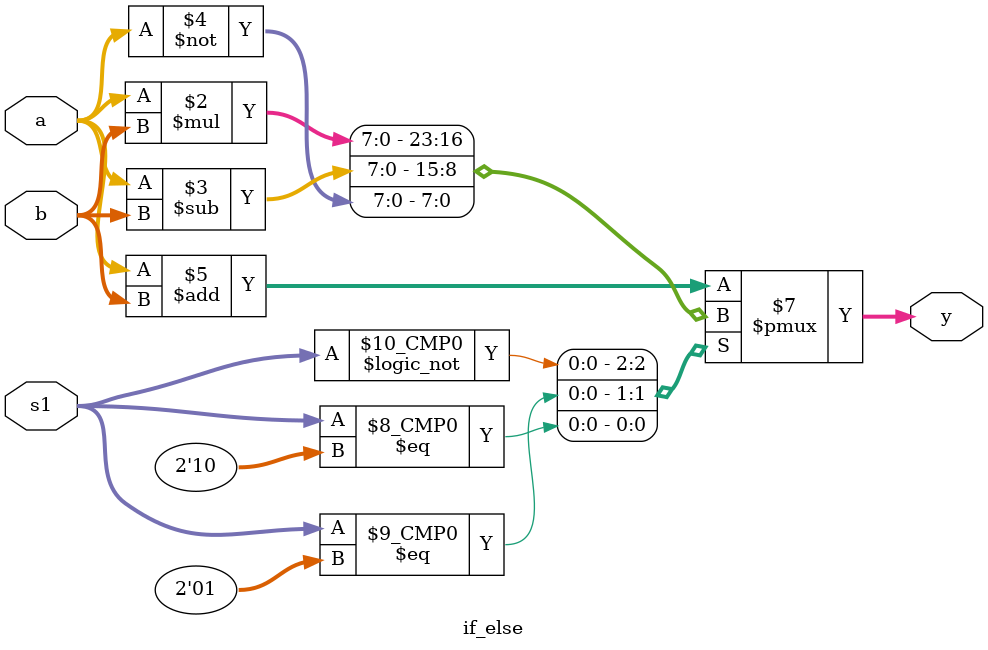
<source format=v>
module if_else(
	input [7:0] a,b,
	input [1:0]s1,
	output reg [7:0] y
);
always@(a or b or s1)
begin 
//if else không lồng nhau
/*
	if(s1==2'b00)
		y=a*b;
	else y=0; //y la muon khong thuc hien gi de thuc hien cai tiep theo
	if(s1==2'b01)
		y=a-b;
	else y=0;
	if(s1==2'b11)
		y=~a;
	else y=0;
	if(s1==2'b10)
		y=a+b;
	else y=0;
	*/
// if else lồng nhau
/*
	if(s1==2'b00)
		y=a*b;
	else if (s1==2'b01)
				y=a-b;
			else if(s1==2'b10)
						y=~a;
					else y=a+b;
*/
// switch case do casex casey casez không khác gì trong trường hợp này nên em không làm ra file khác ạ
	casez(s1) 
		2'b00:y=a*b;
		2'b01:y=a-b;
		2'b10:y=~a;
		default: y=a+b;
		endcase
end
endmodule
	
</source>
